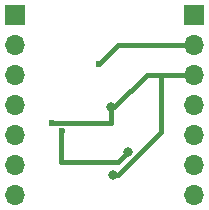
<source format=gbr>
%TF.GenerationSoftware,KiCad,Pcbnew,7.0.6*%
%TF.CreationDate,2023-08-04T12:55:21+05:30*%
%TF.ProjectId,XIAO ESP32S3 IMU,5849414f-2045-4535-9033-32533320494d,rev?*%
%TF.SameCoordinates,Original*%
%TF.FileFunction,Copper,L2,Bot*%
%TF.FilePolarity,Positive*%
%FSLAX46Y46*%
G04 Gerber Fmt 4.6, Leading zero omitted, Abs format (unit mm)*
G04 Created by KiCad (PCBNEW 7.0.6) date 2023-08-04 12:55:21*
%MOMM*%
%LPD*%
G01*
G04 APERTURE LIST*
%TA.AperFunction,ComponentPad*%
%ADD10R,1.700000X1.700000*%
%TD*%
%TA.AperFunction,ComponentPad*%
%ADD11O,1.700000X1.700000*%
%TD*%
%TA.AperFunction,ViaPad*%
%ADD12C,0.800000*%
%TD*%
%TA.AperFunction,ViaPad*%
%ADD13C,0.600000*%
%TD*%
%TA.AperFunction,Conductor*%
%ADD14C,0.400000*%
%TD*%
G04 APERTURE END LIST*
D10*
%TO.P,J2,1,Pin_1*%
%TO.N,unconnected-(J2-Pin_1-Pad1)*%
X143075000Y-60130000D03*
D11*
%TO.P,J2,2,Pin_2*%
%TO.N,GND*%
X143075000Y-62670000D03*
%TO.P,J2,3,Pin_3*%
%TO.N,/3V3*%
X143075000Y-65210000D03*
%TO.P,J2,4,Pin_4*%
%TO.N,unconnected-(J2-Pin_4-Pad4)*%
X143075000Y-67750000D03*
%TO.P,J2,5,Pin_5*%
%TO.N,/FSYNC*%
X143075000Y-70290000D03*
%TO.P,J2,6,Pin_6*%
%TO.N,unconnected-(J2-Pin_6-Pad6)*%
X143075000Y-72830000D03*
%TO.P,J2,7,Pin_7*%
%TO.N,unconnected-(J2-Pin_7-Pad7)*%
X143075000Y-75370000D03*
%TD*%
D10*
%TO.P,J1,1,Pin_1*%
%TO.N,/INT*%
X127900000Y-60130000D03*
D11*
%TO.P,J1,2,Pin_2*%
%TO.N,unconnected-(J1-Pin_2-Pad2)*%
X127900000Y-62670000D03*
%TO.P,J1,3,Pin_3*%
%TO.N,unconnected-(J1-Pin_3-Pad3)*%
X127900000Y-65210000D03*
%TO.P,J1,4,Pin_4*%
%TO.N,unconnected-(J1-Pin_4-Pad4)*%
X127900000Y-67750000D03*
%TO.P,J1,5,Pin_5*%
%TO.N,/SDA*%
X127900000Y-70290000D03*
%TO.P,J1,6,Pin_6*%
%TO.N,/SCL*%
X127900000Y-72830000D03*
%TO.P,J1,7,Pin_7*%
%TO.N,unconnected-(J1-Pin_7-Pad7)*%
X127900000Y-75370000D03*
%TD*%
D12*
%TO.N,/3V3*%
X136162008Y-73700000D03*
X136000500Y-67950000D03*
D13*
X131050000Y-69250000D03*
%TO.N,GND*%
X131850000Y-69950000D03*
X135050000Y-64250000D03*
D12*
X137475872Y-71724128D03*
%TD*%
D14*
%TO.N,/3V3*%
X143075000Y-65210000D02*
X140300000Y-65210000D01*
X136000500Y-69249500D02*
X136000000Y-69250000D01*
X136162008Y-73700000D02*
X136631371Y-73700000D01*
X140300000Y-70031371D02*
X140300000Y-65210000D01*
X136631371Y-73700000D02*
X140300000Y-70031371D01*
X139040000Y-65210000D02*
X136300000Y-67950000D01*
X136000500Y-67950000D02*
X136000500Y-69249500D01*
X136300000Y-67950000D02*
X136000500Y-67950000D01*
X136000000Y-69250000D02*
X131050000Y-69250000D01*
X140300000Y-65210000D02*
X139040000Y-65210000D01*
%TO.N,GND*%
X136630000Y-62670000D02*
X135050000Y-64250000D01*
X143075000Y-62670000D02*
X136630000Y-62670000D01*
X131800000Y-70000000D02*
X131800000Y-72600000D01*
X131800000Y-72600000D02*
X136600000Y-72600000D01*
X131850000Y-69950000D02*
X131800000Y-70000000D01*
X136600000Y-72600000D02*
X137475872Y-71724128D01*
%TD*%
M02*

</source>
